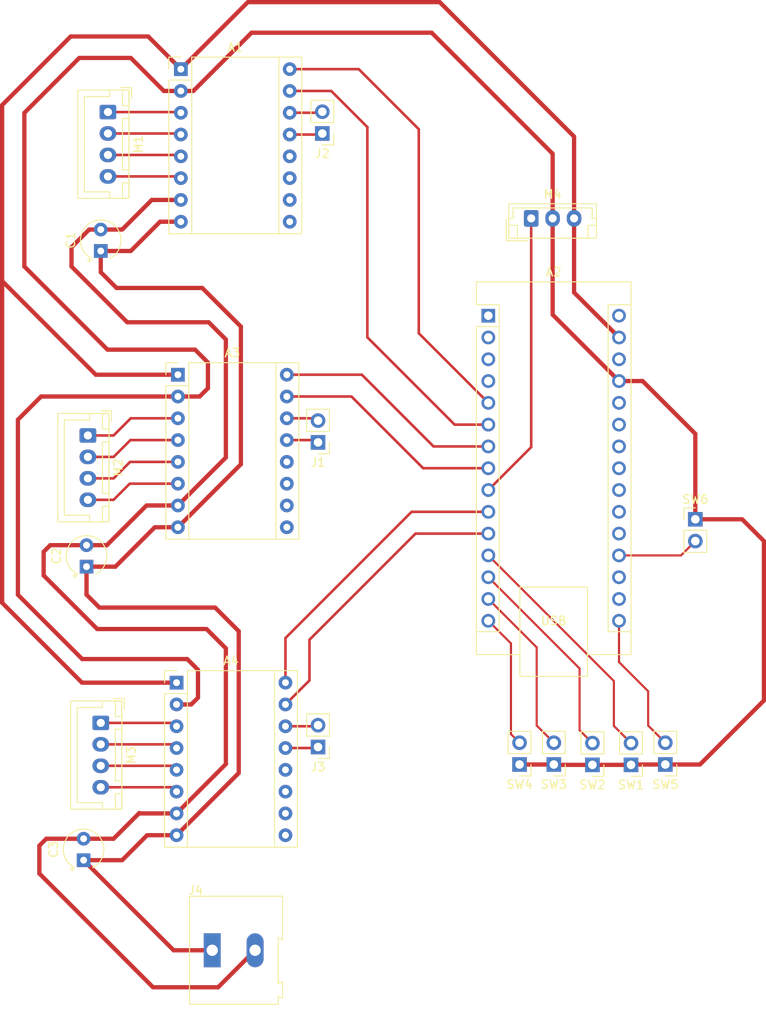
<source format=kicad_pcb>
(kicad_pcb (version 20240108) (generator "pcbnew") (generator_version "8.0")
  (layers (0 "F.Cu" signal) (31 "B.Cu" signal) (34 "B.Paste" user) (35 "F.Paste" user) (36 "B.SilkS" user "B.Silkscreen") (37 "F.SilkS" user "F.Silkscreen") (38 "B.Mask" user) (39 "F.Mask" user) (44 "Edge.Cuts" user))
  (net 0 "")
  (net 1 "GND")
  (net 2 "Net-(A1-~{SLEEP})")
  (net 3 "+12V")
  (net 5 "Net-(A1-1A)")
  (net 6 "Net-(A1-~{RESET})")
  (net 7 "Net-(A1-2B)")
  (net 8 "+5V")
  (net 9 "Net-(A1-2A)")
  (net 11 "Net-(A1-1B)")
  (net 12 "/STEPZ")
  (net 13 "/DIRZ")
  (net 18 "/DIRY")
  (net 21 "/SW2")
  (net 22 "/STEPY")
  (net 27 "/SW6")
  (net 30 "/SW5")
  (net 31 "/PWM1")
  (net 34 "/SW1")
  (net 36 "/SW4")
  (net 37 "/SW3")
  (net 38 "/DIRX")
  (net 39 "/STEPX")
  (net 42 "Net-(A3-2B)")
  (net 43 "Net-(A3-1A)")
  (net 46 "Net-(A3-2A)")
  (net 47 "Net-(A3-~{RESET})")
  (net 48 "Net-(A3-1B)")
  (net 49 "Net-(A3-~{SLEEP})")
  (net 51 "Net-(A4-2A)")
  (net 53 "Net-(A4-1B)")
  (net 56 "Net-(A4-~{SLEEP})")
  (net 57 "Net-(A4-~{RESET})")
  (net 58 "Net-(A4-1A)")
  (net 59 "Net-(A4-2B)")
  (footprint "Capacitor_THT:CP_Radial_Tantal_D4.5mm_P2.50mm" (layer "F.Cu") (at 131.16 56.19 90)
    (property "Reference" "C1" (at 1.25 -3.5 270) (layer "F.SilkS"))
    (property "Value" "100u")
    (pad "1" thru_hole rect (at 0 0 90) (size 1.6 1.6) (drill 0.8) (layers "*.Cu" "*.Mask") (net 3 "+12V"))
    (pad "2" thru_hole circle (at 2.5 0 90) (size 1.6 1.6) (drill 0.8) (layers "*.Cu" "*.Mask") (net 1 "GND"))
  )
  (footprint "Module:Arduino_Nano" (layer "F.Cu") (at 176.36 63.73)
    (property "Reference" "A2" (at 7.62 -5.08 0) (layer "F.SilkS"))
    (property "Value" "Arduino_Nano_v2.x")
    (fp_text user "USB" (at 7.62 35.56 0) (layer "F.SilkS"))
    (pad "1" thru_hole rect (at 0 0) (size 1.6 1.6) (drill 1) (layers "*.Cu" "*.Mask"))
    (pad "2" thru_hole oval (at 0 2.54) (size 1.6 1.6) (drill 1) (layers "*.Cu" "*.Mask"))
    (pad "3" thru_hole oval (at 0 5.08) (size 1.6 1.6) (drill 1) (layers "*.Cu" "*.Mask"))
    (pad "4" thru_hole oval (at 0 7.62) (size 1.6 1.6) (drill 1) (layers "*.Cu" "*.Mask") (net 1 "GND"))
    (pad "5" thru_hole oval (at 0 10.16) (size 1.6 1.6) (drill 1) (layers "*.Cu" "*.Mask") (net 13 "/DIRZ"))
    (pad "6" thru_hole oval (at 0 12.7) (size 1.6 1.6) (drill 1) (layers "*.Cu" "*.Mask") (net 12 "/STEPZ"))
    (pad "7" thru_hole oval (at 0 15.24) (size 1.6 1.6) (drill 1) (layers "*.Cu" "*.Mask") (net 38 "/DIRX"))
    (pad "8" thru_hole oval (at 0 17.78) (size 1.6 1.6) (drill 1) (layers "*.Cu" "*.Mask") (net 39 "/STEPX"))
    (pad "9" thru_hole oval (at 0 20.32) (size 1.6 1.6) (drill 1) (layers "*.Cu" "*.Mask") (net 31 "/PWM1"))
    (pad "10" thru_hole oval (at 0 22.86) (size 1.6 1.6) (drill 1) (layers "*.Cu" "*.Mask") (net 18 "/DIRY"))
    (pad "11" thru_hole oval (at 0 25.4) (size 1.6 1.6) (drill 1) (layers "*.Cu" "*.Mask") (net 22 "/STEPY"))
    (pad "12" thru_hole oval (at 0 27.94) (size 1.6 1.6) (drill 1) (layers "*.Cu" "*.Mask") (net 34 "/SW1"))
    (pad "13" thru_hole oval (at 0 30.48) (size 1.6 1.6) (drill 1) (layers "*.Cu" "*.Mask") (net 21 "/SW2"))
    (pad "14" thru_hole oval (at 0 33.02) (size 1.6 1.6) (drill 1) (layers "*.Cu" "*.Mask") (net 37 "/SW3"))
    (pad "15" thru_hole oval (at 0 35.56) (size 1.6 1.6) (drill 1) (layers "*.Cu" "*.Mask") (net 36 "/SW4"))
    (pad "16" thru_hole oval (at 15.24 35.56) (size 1.6 1.6) (drill 1) (layers "*.Cu" "*.Mask") (net 30 "/SW5"))
    (pad "17" thru_hole oval (at 15.24 33.02) (size 1.6 1.6) (drill 1) (layers "*.Cu" "*.Mask"))
    (pad "18" thru_hole oval (at 15.24 30.48) (size 1.6 1.6) (drill 1) (layers "*.Cu" "*.Mask"))
    (pad "19" thru_hole oval (at 15.24 27.94) (size 1.6 1.6) (drill 1) (layers "*.Cu" "*.Mask") (net 27 "/SW6"))
    (pad "20" thru_hole oval (at 15.24 25.4) (size 1.6 1.6) (drill 1) (layers "*.Cu" "*.Mask"))
    (pad "21" thru_hole oval (at 15.24 22.86) (size 1.6 1.6) (drill 1) (layers "*.Cu" "*.Mask"))
    (pad "22" thru_hole oval (at 15.24 20.32) (size 1.6 1.6) (drill 1) (layers "*.Cu" "*.Mask"))
    (pad "23" thru_hole oval (at 15.24 17.78) (size 1.6 1.6) (drill 1) (layers "*.Cu" "*.Mask"))
    (pad "24" thru_hole oval (at 15.24 15.24) (size 1.6 1.6) (drill 1) (layers "*.Cu" "*.Mask"))
    (pad "25" thru_hole oval (at 15.24 12.7) (size 1.6 1.6) (drill 1) (layers "*.Cu" "*.Mask"))
    (pad "26" thru_hole oval (at 15.24 10.16) (size 1.6 1.6) (drill 1) (layers "*.Cu" "*.Mask"))
    (pad "27" thru_hole oval (at 15.24 7.62) (size 1.6 1.6) (drill 1) (layers "*.Cu" "*.Mask") (net 8 "+5V"))
    (pad "28" thru_hole oval (at 15.24 5.08) (size 1.6 1.6) (drill 1) (layers "*.Cu" "*.Mask"))
    (pad "29" thru_hole oval (at 15.24 2.54) (size 1.6 1.6) (drill 1) (layers "*.Cu" "*.Mask") (net 1 "GND"))
    (pad "30" thru_hole oval (at 15.24 0) (size 1.6 1.6) (drill 1) (layers "*.Cu" "*.Mask"))
  )
  (footprint "Connector_PinHeader_2.54mm:PinHeader_1x02_P2.54mm_Vertical" (layer "F.Cu") (at 200.5 87.46)
    (property "Reference" "SW6" (at 0 -2.33 360) (layer "F.SilkS"))
    (property "Value" "U_Bound SW")
    (pad "1" thru_hole rect (at 0 0) (size 1.7 1.7) (drill 1) (layers "*.Cu" "*.Mask") (net 8 "+5V"))
    (pad "2" thru_hole oval (at 0 2.54) (size 1.7 1.7) (drill 1) (layers "*.Cu" "*.Mask") (net 27 "/SW6"))
  )
  (footprint "Connector_PinHeader_2.54mm:PinHeader_1x02_P2.54mm_Vertical" (layer "F.Cu") (at 184 116.04 180)
    (property "Reference" "SW3" (at 0 -2.33 180) (layer "F.SilkS"))
    (property "Value" "U_Bound SW")
    (pad "1" thru_hole rect (at 0 0 180) (size 1.7 1.7) (drill 1) (layers "*.Cu" "*.Mask") (net 8 "+5V"))
    (pad "2" thru_hole oval (at 0 2.54 180) (size 1.7 1.7) (drill 1) (layers "*.Cu" "*.Mask") (net 37 "/SW3"))
  )
  (footprint "Connector_PinHeader_2.54mm:PinHeader_1x02_P2.54mm_Vertical" (layer "F.Cu") (at 180 116.04 180)
    (property "Reference" "SW4" (at 0 -2.33 180) (layer "F.SilkS"))
    (property "Value" "U_Bound SW")
    (pad "1" thru_hole rect (at 0 0 180) (size 1.7 1.7) (drill 1) (layers "*.Cu" "*.Mask") (net 8 "+5V"))
    (pad "2" thru_hole oval (at 0 2.54 180) (size 1.7 1.7) (drill 1) (layers "*.Cu" "*.Mask") (net 36 "/SW4"))
  )
  (footprint "Module:Pololu_Breakout-16_15.2x20.3mm" (layer "F.Cu") (at 140.5 35)
    (property "Reference" "A1" (at 6.35 -2.54 0) (layer "F.SilkS"))
    (property "Value" "A4988 Driver Z axis")
    (pad "1" thru_hole rect (at 0 0) (size 1.6 1.6) (drill 0.8) (layers "*.Cu" "*.Mask") (net 1 "GND"))
    (pad "2" thru_hole oval (at 0 2.54) (size 1.6 1.6) (drill 0.8) (layers "*.Cu" "*.Mask") (net 8 "+5V"))
    (pad "3" thru_hole oval (at 0 5.08) (size 1.6 1.6) (drill 0.8) (layers "*.Cu" "*.Mask") (net 11 "Net-(A1-1B)"))
    (pad "4" thru_hole oval (at 0 7.62) (size 1.6 1.6) (drill 0.8) (layers "*.Cu" "*.Mask") (net 5 "Net-(A1-1A)"))
    (pad "5" thru_hole oval (at 0 10.16) (size 1.6 1.6) (drill 0.8) (layers "*.Cu" "*.Mask") (net 9 "Net-(A1-2A)"))
    (pad "6" thru_hole oval (at 0 12.7) (size 1.6 1.6) (drill 0.8) (layers "*.Cu" "*.Mask") (net 7 "Net-(A1-2B)"))
    (pad "7" thru_hole oval (at 0 15.24) (size 1.6 1.6) (drill 0.8) (layers "*.Cu" "*.Mask") (net 1 "GND"))
    (pad "8" thru_hole oval (at 0 17.78) (size 1.6 1.6) (drill 0.8) (layers "*.Cu" "*.Mask") (net 3 "+12V"))
    (pad "9" thru_hole oval (at 12.7 17.78) (size 1.6 1.6) (drill 0.8) (layers "*.Cu" "*.Mask"))
    (pad "10" thru_hole oval (at 12.7 15.24) (size 1.6 1.6) (drill 0.8) (layers "*.Cu" "*.Mask"))
    (pad "11" thru_hole oval (at 12.7 12.7) (size 1.6 1.6) (drill 0.8) (layers "*.Cu" "*.Mask"))
    (pad "12" thru_hole oval (at 12.7 10.16) (size 1.6 1.6) (drill 0.8) (layers "*.Cu" "*.Mask"))
    (pad "13" thru_hole oval (at 12.7 7.62) (size 1.6 1.6) (drill 0.8) (layers "*.Cu" "*.Mask") (net 6 "Net-(A1-~{RESET})"))
    (pad "14" thru_hole oval (at 12.7 5.08) (size 1.6 1.6) (drill 0.8) (layers "*.Cu" "*.Mask") (net 2 "Net-(A1-~{SLEEP})"))
    (pad "15" thru_hole oval (at 12.7 2.54) (size 1.6 1.6) (drill 0.8) (layers "*.Cu" "*.Mask") (net 12 "/STEPZ"))
    (pad "16" thru_hole oval (at 12.7 0) (size 1.6 1.6) (drill 0.8) (layers "*.Cu" "*.Mask") (net 13 "/DIRZ"))
  )
  (footprint "Connector_PinHeader_2.54mm:PinHeader_1x02_P2.54mm_Vertical" (layer "F.Cu") (at 156.5 114 180)
    (property "Reference" "J3" (at 0 -2.33 180) (layer "F.SilkS"))
    (property "Value" "Conn_01x02_Pin")
    (pad "1" thru_hole rect (at 0 0 180) (size 1.7 1.7) (drill 1) (layers "*.Cu" "*.Mask") (net 57 "Net-(A4-~{RESET})"))
    (pad "2" thru_hole oval (at 0 2.54 180) (size 1.7 1.7) (drill 1) (layers "*.Cu" "*.Mask") (net 56 "Net-(A4-~{SLEEP})"))
  )
  (footprint "Capacitor_THT:CP_Radial_Tantal_D4.5mm_P2.50mm" (layer "F.Cu") (at 129.16 127.19 90)
    (property "Reference" "C3" (at 1.25 -3.5 270) (layer "F.SilkS"))
    (property "Value" "100u")
    (pad "1" thru_hole rect (at 0 0 90) (size 1.6 1.6) (drill 0.8) (layers "*.Cu" "*.Mask") (net 3 "+12V"))
    (pad "2" thru_hole circle (at 2.5 0 90) (size 1.6 1.6) (drill 0.8) (layers "*.Cu" "*.Mask") (net 1 "GND"))
  )
  (footprint "Connector_PinHeader_2.54mm:PinHeader_1x02_P2.54mm_Vertical" (layer "F.Cu") (at 197 116.04 180)
    (property "Reference" "SW5" (at 0 -2.33 180) (layer "F.SilkS"))
    (property "Value" "U_Bound SW")
    (pad "1" thru_hole rect (at 0 0 180) (size 1.7 1.7) (drill 1) (layers "*.Cu" "*.Mask") (net 8 "+5V"))
    (pad "2" thru_hole oval (at 0 2.54 180) (size 1.7 1.7) (drill 1) (layers "*.Cu" "*.Mask") (net 30 "/SW5"))
  )
  (footprint "Connector_JST:JST_XH_B4B-XH-A_1x04_P2.50mm_Vertical" (layer "F.Cu") (at 131.16 111.19 -90)
    (property "Reference" "M3" (at 3.75 -3.55 90) (layer "F.SilkS"))
    (property "Value" "28BYJ-48 (Y-axis)")
    (pad "1" thru_hole roundrect (at 0 0 270) (size 1.7 1.95) (drill 0.95) (layers "*.Cu" "*.Mask") (roundrect_rratio 0.147059) (net 53 "Net-(A4-1B)"))
    (pad "2" thru_hole oval (at 2.5 0 270) (size 1.7 1.95) (drill 0.95) (layers "*.Cu" "*.Mask") (net 58 "Net-(A4-1A)"))
    (pad "3" thru_hole oval (at 5 0 270) (size 1.7 1.95) (drill 0.95) (layers "*.Cu" "*.Mask") (net 51 "Net-(A4-2A)"))
    (pad "4" thru_hole oval (at 7.5 0 270) (size 1.7 1.95) (drill 0.95) (layers "*.Cu" "*.Mask") (net 59 "Net-(A4-2B)"))
  )
  (footprint "Connector_JST:JST_XH_B4B-XH-A_1x04_P2.50mm_Vertical" (layer "F.Cu") (at 132 40 -90)
    (property "Reference" "M1" (at 3.75 -3.55 90) (layer "F.SilkS"))
    (property "Value" "Nema 17 (Z-axis)")
    (pad "1" thru_hole roundrect (at 0 0 270) (size 1.7 1.95) (drill 0.95) (layers "*.Cu" "*.Mask") (roundrect_rratio 0.147059) (net 11 "Net-(A1-1B)"))
    (pad "2" thru_hole oval (at 2.5 0 270) (size 1.7 1.95) (drill 0.95) (layers "*.Cu" "*.Mask") (net 5 "Net-(A1-1A)"))
    (pad "3" thru_hole oval (at 5 0 270) (size 1.7 1.95) (drill 0.95) (layers "*.Cu" "*.Mask") (net 9 "Net-(A1-2A)"))
    (pad "4" thru_hole oval (at 7.5 0 270) (size 1.7 1.95) (drill 0.95) (layers "*.Cu" "*.Mask") (net 7 "Net-(A1-2B)"))
  )
  (footprint "Connector_PinHeader_2.54mm:PinHeader_1x02_P2.54mm_Vertical" (layer "F.Cu") (at 157 42.5 180)
    (property "Reference" "J2" (at 0 -2.33 180) (layer "F.SilkS"))
    (property "Value" "Conn_01x02_Pin")
    (pad "1" thru_hole rect (at 0 0 180) (size 1.7 1.7) (drill 1) (layers "*.Cu" "*.Mask") (net 6 "Net-(A1-~{RESET})"))
    (pad "2" thru_hole oval (at 0 2.54 180) (size 1.7 1.7) (drill 1) (layers "*.Cu" "*.Mask") (net 2 "Net-(A1-~{SLEEP})"))
  )
  (footprint "TerminalBlock:TerminalBlock_Altech_AK300-2_P5.00mm" (layer "F.Cu") (at 144.16 137.69)
    (property "Reference" "J4" (at -1.92 -6.99 0) (layer "F.SilkS"))
    (property "Value" "Screw_Terminal_01x02")
    (pad "1" thru_hole rect (at 0 0) (size 1.98 3.96) (drill 1.32) (layers "*.Cu" "*.Mask") (net 3 "+12V"))
    (pad "2" thru_hole oval (at 5 0) (size 1.98 3.96) (drill 1.32) (layers "*.Cu" "*.Mask") (net 1 "GND"))
  )
  (footprint "Capacitor_THT:CP_Radial_Tantal_D4.5mm_P2.50mm" (layer "F.Cu") (at 129.5 92.978856 90)
    (property "Reference" "C2" (at 1.25 -3.5 270) (layer "F.SilkS"))
    (property "Value" "100u")
    (pad "1" thru_hole rect (at 0 0 90) (size 1.6 1.6) (drill 0.8) (layers "*.Cu" "*.Mask") (net 3 "+12V"))
    (pad "2" thru_hole circle (at 2.5 0 90) (size 1.6 1.6) (drill 0.8) (layers "*.Cu" "*.Mask") (net 1 "GND"))
  )
  (footprint "Connector_JST:JST_EH_B3B-EH-A_1x03_P2.50mm_Vertical" (layer "F.Cu") (at 181.36 52.39)
    (property "Reference" "M4" (at 2.5 -2.8 360) (layer "F.SilkS"))
    (property "Value" "Servo for focusing lense")
    (pad "1" thru_hole roundrect (at 0 0) (size 1.7 1.95) (drill 0.95) (layers "*.Cu" "*.Mask") (roundrect_rratio 0.147059) (net 31 "/PWM1"))
    (pad "2" thru_hole oval (at 2.5 0) (size 1.7 1.95) (drill 0.95) (layers "*.Cu" "*.Mask") (net 8 "+5V"))
    (pad "3" thru_hole oval (at 5 0) (size 1.7 1.95) (drill 0.95) (layers "*.Cu" "*.Mask") (net 1 "GND"))
  )
  (footprint "Module:Pololu_Breakout-16_15.2x20.3mm" (layer "F.Cu") (at 140 106.5)
    (property "Reference" "A4" (at 6.35 -2.54 0) (layer "F.SilkS"))
    (property "Value" "A4988 Driver for Y axis")
    (pad "1" thru_hole rect (at 0 0) (size 1.6 1.6) (drill 0.8) (layers "*.Cu" "*.Mask") (net 1 "GND"))
    (pad "2" thru_hole oval (at 0 2.54) (size 1.6 1.6) (drill 0.8) (layers "*.Cu" "*.Mask") (net 8 "+5V"))
    (pad "3" thru_hole oval (at 0 5.08) (size 1.6 1.6) (drill 0.8) (layers "*.Cu" "*.Mask") (net 53 "Net-(A4-1B)"))
    (pad "4" thru_hole oval (at 0 7.62) (size 1.6 1.6) (drill 0.8) (layers "*.Cu" "*.Mask") (net 58 "Net-(A4-1A)"))
    (pad "5" thru_hole oval (at 0 10.16) (size 1.6 1.6) (drill 0.8) (layers "*.Cu" "*.Mask") (net 51 "Net-(A4-2A)"))
    (pad "6" thru_hole oval (at 0 12.7) (size 1.6 1.6) (drill 0.8) (layers "*.Cu" "*.Mask") (net 59 "Net-(A4-2B)"))
    (pad "7" thru_hole oval (at 0 15.24) (size 1.6 1.6) (drill 0.8) (layers "*.Cu" "*.Mask") (net 1 "GND"))
    (pad "8" thru_hole oval (at 0 17.78) (size 1.6 1.6) (drill 0.8) (layers "*.Cu" "*.Mask") (net 3 "+12V"))
    (pad "9" thru_hole oval (at 12.7 17.78) (size 1.6 1.6) (drill 0.8) (layers "*.Cu" "*.Mask"))
    (pad "10" thru_hole oval (at 12.7 15.24) (size 1.6 1.6) (drill 0.8) (layers "*.Cu" "*.Mask"))
    (pad "11" thru_hole oval (at 12.7 12.7) (size 1.6 1.6) (drill 0.8) (layers "*.Cu" "*.Mask"))
    (pad "12" thru_hole oval (at 12.7 10.16) (size 1.6 1.6) (drill 0.8) (layers "*.Cu" "*.Mask"))
    (pad "13" thru_hole oval (at 12.7 7.62) (size 1.6 1.6) (drill 0.8) (layers "*.Cu" "*.Mask") (net 57 "Net-(A4-~{RESET})"))
    (pad "14" thru_hole oval (at 12.7 5.08) (size 1.6 1.6) (drill 0.8) (layers "*.Cu" "*.Mask") (net 56 "Net-(A4-~{SLEEP})"))
    (pad "15" thru_hole oval (at 12.7 2.54) (size 1.6 1.6) (drill 0.8) (layers "*.Cu" "*.Mask") (net 22 "/STEPY"))
    (pad "16" thru_hole oval (at 12.7 0) (size 1.6 1.6) (drill 0.8) (layers "*.Cu" "*.Mask") (net 18 "/DIRY"))
  )
  (footprint "Connector_PinHeader_2.54mm:PinHeader_1x02_P2.54mm_Vertical" (layer "F.Cu") (at 188.5 116.08 180)
    (property "Reference" "SW2" (at 0 -2.33 180) (layer "F.SilkS"))
    (property "Value" "U_Bound SW")
    (pad "1" thru_hole rect (at 0 0 180) (size 1.7 1.7) (drill 1) (layers "*.Cu" "*.Mask") (net 8 "+5V"))
    (pad "2" thru_hole oval (at 0 2.54 180) (size 1.7 1.7) (drill 1) (layers "*.Cu" "*.Mask") (net 21 "/SW2"))
  )
  (footprint "Module:Pololu_Breakout-16_15.2x20.3mm" (layer "F.Cu") (at 140.16 70.61)
    (property "Reference" "A3" (at 6.35 -2.54 0) (layer "F.SilkS"))
    (property "Value" "A4988 Driver X axis")
    (pad "1" thru_hole rect (at 0 0) (size 1.6 1.6) (drill 0.8) (layers "*.Cu" "*.Mask") (net 1 "GND"))
    (pad "2" thru_hole oval (at 0 2.54) (size 1.6 1.6) (drill 0.8) (layers "*.Cu" "*.Mask") (net 8 "+5V"))
    (pad "3" thru_hole oval (at 0 5.08) (size 1.6 1.6) (drill 0.8) (layers "*.Cu" "*.Mask") (net 48 "Net-(A3-1B)"))
    (pad "4" thru_hole oval (at 0 7.62) (size 1.6 1.6) (drill 0.8) (layers "*.Cu" "*.Mask") (net 43 "Net-(A3-1A)"))
    (pad "5" thru_hole oval (at 0 10.16) (size 1.6 1.6) (drill 0.8) (layers "*.Cu" "*.Mask") (net 46 "Net-(A3-2A)"))
    (pad "6" thru_hole oval (at 0 12.7) (size 1.6 1.6) (drill 0.8) (layers "*.Cu" "*.Mask") (net 42 "Net-(A3-2B)"))
    (pad "7" thru_hole oval (at 0 15.24) (size 1.6 1.6) (drill 0.8) (layers "*.Cu" "*.Mask") (net 1 "GND"))
    (pad "8" thru_hole oval (at 0 17.78) (size 1.6 1.6) (drill 0.8) (layers "*.Cu" "*.Mask") (net 3 "+12V"))
    (pad "9" thru_hole oval (at 12.7 17.78) (size 1.6 1.6) (drill 0.8) (layers "*.Cu" "*.Mask"))
    (pad "10" thru_hole oval (at 12.7 15.24) (size 1.6 1.6) (drill 0.8) (layers "*.Cu" "*.Mask"))
    (pad "11" thru_hole oval (at 12.7 12.7) (size 1.6 1.6) (drill 0.8) (layers "*.Cu" "*.Mask"))
    (pad "12" thru_hole oval (at 12.7 10.16) (size 1.6 1.6) (drill 0.8) (layers "*.Cu" "*.Mask"))
    (pad "13" thru_hole oval (at 12.7 7.62) (size 1.6 1.6) (drill 0.8) (layers "*.Cu" "*.Mask") (net 47 "Net-(A3-~{RESET})"))
    (pad "14" thru_hole oval (at 12.7 5.08) (size 1.6 1.6) (drill 0.8) (layers "*.Cu" "*.Mask") (net 49 "Net-(A3-~{SLEEP})"))
    (pad "15" thru_hole oval (at 12.7 2.54) (size 1.6 1.6) (drill 0.8) (layers "*.Cu" "*.Mask") (net 39 "/STEPX"))
    (pad "16" thru_hole oval (at 12.7 0) (size 1.6 1.6) (drill 0.8) (layers "*.Cu" "*.Mask") (net 38 "/DIRX"))
  )
  (footprint "Connector_PinHeader_2.54mm:PinHeader_1x02_P2.54mm_Vertical" (layer "F.Cu") (at 193 116.08 180)
    (property "Reference" "SW1" (at 0 -2.33 180) (layer "F.SilkS"))
    (property "Value" "U_Bound SW")
    (pad "1" thru_hole rect (at 0 0 180) (size 1.7 1.7) (drill 1) (layers "*.Cu" "*.Mask") (net 8 "+5V"))
    (pad "2" thru_hole oval (at 0 2.54 180) (size 1.7 1.7) (drill 1) (layers "*.Cu" "*.Mask") (net 34 "/SW1"))
  )
  (footprint "Connector_PinHeader_2.54mm:PinHeader_1x02_P2.54mm_Vertical" (layer "F.Cu") (at 156.5 78.5 180)
    (property "Reference" "J1" (at 0 -2.33 180) (layer "F.SilkS"))
    (property "Value" "Conn_01x02_Pin")
    (pad "1" thru_hole rect (at 0 0 180) (size 1.7 1.7) (drill 1) (layers "*.Cu" "*.Mask") (net 47 "Net-(A3-~{RESET})"))
    (pad "2" thru_hole oval (at 0 2.54 180) (size 1.7 1.7) (drill 1) (layers "*.Cu" "*.Mask") (net 49 "Net-(A3-~{SLEEP})"))
  )
  (footprint "Connector_JST:JST_XH_B4B-XH-A_1x04_P2.50mm_Vertical" (layer "F.Cu") (at 129.66 77.69 -90)
    (property "Reference" "M2" (at 3.75 -3.55 90) (layer "F.SilkS"))
    (property "Value" "28BYJ-48 (X-axis)")
    (pad "1" thru_hole roundrect (at 0 0 270) (size 1.7 1.95) (drill 0.95) (layers "*.Cu" "*.Mask") (roundrect_rratio 0.147059) (net 48 "Net-(A3-1B)"))
    (pad "2" thru_hole oval (at 2.5 0 270) (size 1.7 1.95) (drill 0.95) (layers "*.Cu" "*.Mask") (net 43 "Net-(A3-1A)"))
    (pad "3" thru_hole oval (at 5 0 270) (size 1.7 1.95) (drill 0.95) (layers "*.Cu" "*.Mask") (net 46 "Net-(A3-2A)"))
    (pad "4" thru_hole oval (at 7.5 0 270) (size 1.7 1.95) (drill 0.95) (layers "*.Cu" "*.Mask") (net 42 "Net-(A3-2B)"))
  )
  (segment (start 145.75 102.5) (end 143.5 100.25) (width 0.5) (layer "F.Cu") (net 1))
  (segment (start 131.848856 90.478856) (end 129.5 90.478856) (width 0.5) (layer "F.Cu") (net 1))
  (segment (start 140.5 35) (end 148.31 27.19) (width 0.5) (layer "F.Cu") (net 1))
  (segment (start 145.75 80.26) (end 145.75 66.5) (width 0.5) (layer "F.Cu") (net 1))
  (segment (start 133.66 53.69) (end 137.11 50.24) (width 0.5) (layer "F.Cu") (net 1))
  (segment (start 129.81 53.69) (end 131.16 53.69) (width 0.5) (layer "F.Cu") (net 1))
  (segment (start 131.16 53.69) (end 133.66 53.69) (width 0.5) (layer "F.Cu") (net 1))
  (segment (start 143.75 64.5) (end 134.25 64.5) (width 0.5) (layer "F.Cu") (net 1))
  (segment (start 135.66 121.69) (end 135.71 121.74) (width 0.5) (layer "F.Cu") (net 1))
  (segment (start 119.66 59.69) (end 119.66 97.19) (width 0.5) (layer "F.Cu") (net 1))
  (segment (start 170.69 27.19) (end 186.36 42.86) (width 0.5) (layer "F.Cu") (net 1))
  (segment (start 148.31 27.19) (end 170.69 27.19) (width 0.5) (layer "F.Cu") (net 1))
  (segment (start 136.5 85.85) (end 140.16 85.85) (width 0.5) (layer "F.Cu") (net 1))
  (segment (start 140 121.74) (end 145.75 115.99) (width 0.5) (layer "F.Cu") (net 1))
  (segment (start 124.5 91.25) (end 125.271144 90.478856) (width 0.5) (layer "F.Cu") (net 1))
  (segment (start 149.16 137.69) (end 144.85 142) (width 0.5) (layer "F.Cu") (net 1))
  (segment (start 140.5 35) (end 136.69 31.19) (width 0.5) (layer "F.Cu") (net 1))
  (segment (start 186.36 42.86) (end 186.36 52.39) (width 0.5) (layer "F.Cu") (net 1))
  (segment (start 186.36 52.39) (end 186.36 61.03) (width 0.5) (layer "F.Cu") (net 1))
  (segment (start 143.5 100.25) (end 130.75 100.25) (width 0.5) (layer "F.Cu") (net 1))
  (segment (start 131.86 90.49) (end 131.848856 90.478856) (width 0.5) (layer "F.Cu") (net 1))
  (segment (start 127.66 31.19) (end 119.66 39.19) (width 0.5) (layer "F.Cu") (net 1))
  (segment (start 119.66 97.19) (end 128.97 106.5) (width 0.5) (layer "F.Cu") (net 1))
  (segment (start 119.66 39.19) (end 119.66 59.69) (width 0.5) (layer "F.Cu") (net 1))
  (segment (start 144.85 142) (end 137.25 142) (width 0.5) (layer "F.Cu") (net 1))
  (segment (start 130.75 100.25) (end 124.5 94) (width 0.5) (layer "F.Cu") (net 1))
  (segment (start 145.75 115.99) (end 145.75 102.5) (width 0.5) (layer "F.Cu") (net 1))
  (segment (start 137.25 142) (end 124 128.75) (width 0.5) (layer "F.Cu") (net 1))
  (segment (start 124.5 94) (end 124.5 91.25) (width 0.5) (layer "F.Cu") (net 1))
  (segment (start 127.75 58) (end 127.75 55.75) (width 0.5) (layer "F.Cu") (net 1))
  (segment (start 124 128.75) (end 124 125.5) (width 0.5) (layer "F.Cu") (net 1))
  (segment (start 186.36 61.03) (end 191.6 66.27) (width 0.5) (layer "F.Cu") (net 1))
  (segment (start 128.97 106.5) (end 140 106.5) (width 0.5) (layer "F.Cu") (net 1))
  (segment (start 129.16 124.69) (end 132.66 124.69) (width 0.5) (layer "F.Cu") (net 1))
  (segment (start 131.1 53.75) (end 131.16 53.69) (width 0.5) (layer "F.Cu") (net 1))
  (segment (start 136.69 31.19) (end 127.66 31.19) (width 0.5) (layer "F.Cu") (net 1))
  (segment (start 137.11 50.24) (end 140.5 50.24) (width 0.5) (layer "F.Cu") (net 1))
  (segment (start 145.75 66.5) (end 143.75 64.5) (width 0.5) (layer "F.Cu") (net 1))
  (segment (start 135.71 121.74) (end 140 121.74) (width 0.5) (layer "F.Cu") (net 1))
  (segment (start 119.66 59.69) (end 130.58 70.61) (width 0.5) (layer "F.Cu") (net 1))
  (segment (start 132.66 124.69) (end 135.66 121.69) (width 0.5) (layer "F.Cu") (net 1))
  (segment (start 140.16 85.85) (end 145.75 80.26) (width 0.5) (layer "F.Cu") (net 1))
  (segment (start 125.271144 90.478856) (end 129.5 90.478856) (width 0.5) (layer "F.Cu") (net 1))
  (segment (start 124 125.5) (end 124.81 124.69) (width 0.5) (layer "F.Cu") (net 1))
  (segment (start 130.58 70.61) (end 140.16 70.61) (width 0.5) (layer "F.Cu") (net 1))
  (segment (start 124.81 124.69) (end 129.16 124.69) (width 0.5) (layer "F.Cu") (net 1))
  (segment (start 134.25 64.5) (end 127.75 58) (width 0.5) (layer "F.Cu") (net 1))
  (segment (start 127.75 55.75) (end 129.81 53.69) (width 0.5) (layer "F.Cu") (net 1))
  (segment (start 131.86 90.49) (end 136.5 85.85) (width 0.5) (layer "F.Cu") (net 1))
  (segment (start 156.88 40.08) (end 157 39.96) (width 0.3) (layer "F.Cu") (net 2))
  (segment (start 153.2 40.08) (end 156.88 40.08) (width 0.3) (layer "F.Cu") (net 2))
  (segment (start 129.5 96.25) (end 129.5 92.978856) (width 0.5) (layer "F.Cu") (net 3))
  (segment (start 147.25 117.03) (end 147.25 100.5) (width 0.5) (layer "F.Cu") (net 3))
  (segment (start 140 124.28) (end 147.25 117.03) (width 0.5) (layer "F.Cu") (net 3))
  (segment (start 133.66 127.19) (end 136.57 124.28) (width 0.5) (layer "F.Cu") (net 3))
  (segment (start 131.16 58.66) (end 131.16 56.19) (width 0.5) (layer "F.Cu") (net 3))
  (segment (start 147.25 100.5) (end 144.5 97.75) (width 0.5) (layer "F.Cu") (net 3))
  (segment (start 131.16 56.19) (end 134.66 56.19) (width 0.5) (layer "F.Cu") (net 3))
  (segment (start 147.5 81.05) (end 147.5 65) (width 0.5) (layer "F.Cu") (net 3))
  (segment (start 132.86 92.99) (end 132.848856 92.978856) (width 0.5) (layer "F.Cu") (net 3))
  (segment (start 129.16 127.19) (end 133.66 127.19) (width 0.5) (layer "F.Cu") (net 3))
  (segment (start 144.16 137.69) (end 139.66 137.69) (width 0.5) (layer "F.Cu") (net 3))
  (segment (start 137.46 88.39) (end 140.16 88.39) (width 0.5) (layer "F.Cu") (net 3))
  (segment (start 132.86 92.99) (end 137.46 88.39) (width 0.5) (layer "F.Cu") (net 3))
  (segment (start 139.66 137.69) (end 129.16 127.19) (width 0.5) (layer "F.Cu") (net 3))
  (segment (start 147.5 65) (end 143 60.5) (width 0.5) (layer "F.Cu") (net 3))
  (segment (start 131 97.75) (end 129.5 96.25) (width 0.5) (layer "F.Cu") (net 3))
  (segment (start 138.07 52.78) (end 140.5 52.78) (width 0.5) (layer "F.Cu") (net 3))
  (segment (start 132.848856 92.978856) (end 129.5 92.978856) (width 0.5) (layer "F.Cu") (net 3))
  (segment (start 136.57 124.28) (end 140 124.28) (width 0.5) (layer "F.Cu") (net 3))
  (segment (start 133 60.5) (end 131.16 58.66) (width 0.5) (layer "F.Cu") (net 3))
  (segment (start 134.66 56.19) (end 138.07 52.78) (width 0.5) (layer "F.Cu") (net 3))
  (segment (start 140.16 88.39) (end 147.5 81.05) (width 0.5) (layer "F.Cu") (net 3))
  (segment (start 144.5 97.75) (end 131 97.75) (width 0.5) (layer "F.Cu") (net 3))
  (segment (start 143 60.5) (end 133 60.5) (width 0.5) (layer "F.Cu") (net 3))
  (segment (start 132 42.5) (end 140.38 42.5) (width 0.3) (layer "F.Cu") (net 5))
  (segment (start 140.38 42.5) (end 140.5 42.62) (width 0.3) (layer "F.Cu") (net 5))
  (segment (start 153.2 42.62) (end 156.88 42.62) (width 0.3) (layer "F.Cu") (net 6))
  (segment (start 156.88 42.62) (end 157 42.5) (width 0.3) (layer "F.Cu") (net 6))
  (segment (start 132 47.5) (end 140.3 47.5) (width 0.3) (layer "F.Cu") (net 7))
  (segment (start 140.3 47.5) (end 140.5 47.7) (width 0.3) (layer "F.Cu") (net 7))
  (segment (start 129 103.75) (end 141.25 103.75) (width 0.5) (layer "F.Cu") (net 8))
  (segment (start 169.75 30.75) (end 183.86 44.86) (width 0.5) (layer "F.Cu") (net 8))
  (segment (start 143.66 72.19) (end 142.7 73.15) (width 0.5) (layer "F.Cu") (net 8))
  (segment (start 142.5 108.25) (end 141.71 109.04) (width 0.5) (layer "F.Cu") (net 8))
  (segment (start 191.6 71.35) (end 183.86 63.61) (width 0.5) (layer "F.Cu") (net 8))
  (segment (start 122.25 58) (end 131.94 67.69) (width 0.5) (layer "F.Cu") (net 8))
  (segment (start 184.04 116.08) (end 184 116.04) (width 0.5) (layer "F.Cu") (net 8))
  (segment (start 122.25 40.1) (end 122.25 58) (width 0.5) (layer "F.Cu") (net 8))
  (segment (start 141.71 109.04) (end 140 109.04) (width 0.5) (layer "F.Cu") (net 8))
  (segment (start 141.25 103.75) (end 142.5 105) (width 0.5) (layer "F.Cu") (net 8))
  (segment (start 201.04 116.04) (end 197 116.04) (width 0.5) (layer "F.Cu") (net 8))
  (segment (start 134.66 33.69) (end 128.66 33.69) (width 0.5) (layer "F.Cu") (net 8))
  (segment (start 197 116.04) (end 193.04 116.04) (width 0.5) (layer "F.Cu") (net 8))
  (segment (start 208.5 108.58) (end 201.04 116.04) (width 0.5) (layer "F.Cu") (net 8))
  (segment (start 193 116.08) (end 188.5 116.08) (width 0.5) (layer "F.Cu") (net 8))
  (segment (start 138.51 37.54) (end 134.66 33.69) (width 0.5) (layer "F.Cu") (net 8))
  (segment (start 200.5 87.46) (end 205.96 87.46) (width 0.5) (layer "F.Cu") (net 8))
  (segment (start 142.16 67.69) (end 143.66 69.19) (width 0.5) (layer "F.Cu") (net 8))
  (segment (start 140.5 37.54) (end 138.51 37.54) (width 0.5) (layer "F.Cu") (net 8))
  (segment (start 208.5 90) (end 208.5 108.58) (width 0.5) (layer "F.Cu") (net 8))
  (segment (start 140.5 37.54) (end 141.96 37.54) (width 0.5) (layer "F.Cu") (net 8))
  (segment (start 141.96 37.54) (end 148.75 30.75) (width 0.5) (layer "F.Cu") (net 8))
  (segment (start 200.5 77.5) (end 200.5 87.46) (width 0.5) (layer "F.Cu") (net 8))
  (segment (start 121.5 75.85) (end 121.5 96.25) (width 0.5) (layer "F.Cu") (net 8))
  (segment (start 142.7 73.15) (end 140.16 73.15) (width 0.5) (layer "F.Cu") (net 8))
  (segment (start 148.75 30.75) (end 169.75 30.75) (width 0.5) (layer "F.Cu") (net 8))
  (segment (start 194.35 71.35) (end 200.5 77.5) (width 0.5) (layer "F.Cu") (net 8))
  (segment (start 143.66 69.19) (end 143.66 72.19) (width 0.5) (layer "F.Cu") (net 8))
  (segment (start 140.16 73.15) (end 124.2 73.15) (width 0.5) (layer "F.Cu") (net 8))
  (segment (start 191.6 71.35) (end 194.35 71.35) (width 0.5) (layer "F.Cu") (net 8))
  (segment (start 205.96 87.46) (end 208.5 90) (width 0.5) (layer "F.Cu") (net 8))
  (segment (start 183.86 44.86) (end 183.86 52.39) (width 0.5) (layer "F.Cu") (net 8))
  (segment (start 188.5 116.08) (end 184.04 116.08) (width 0.5) (layer "F.Cu") (net 8))
  (segment (start 121.5 96.25) (end 129 103.75) (width 0.5) (layer "F.Cu") (net 8))
  (segment (start 193.04 116.04) (end 193 116.08) (width 0.5) (layer "F.Cu") (net 8))
  (segment (start 131.94 67.69) (end 142.16 67.69) (width 0.5) (layer "F.Cu") (net 8))
  (segment (start 128.66 33.69) (end 122.25 40.1) (width 0.5) (layer "F.Cu") (net 8))
  (segment (start 124.2 73.15) (end 121.5 75.85) (width 0.5) (layer "F.Cu") (net 8))
  (segment (start 142.5 105) (end 142.5 108.25) (width 0.5) (layer "F.Cu") (net 8))
  (segment (start 184 116.04) (end 180 116.04) (width 0.5) (layer "F.Cu") (net 8))
  (segment (start 183.86 63.61) (end 183.86 52.39) (width 0.5) (layer "F.Cu") (net 8))
  (segment (start 140.34 45) (end 140.5 45.16) (width 0.3) (layer "F.Cu") (net 9))
  (segment (start 132 45) (end 140.34 45) (width 0.3) (layer "F.Cu") (net 9))
  (segment (start 140.42 40) (end 140.5 40.08) (width 0.3) (layer "F.Cu") (net 11))
  (segment (start 132 40) (end 140.42 40) (width 0.3) (layer "F.Cu") (net 11))
  (segment (start 162.25 66.25) (end 172.43 76.43) (width 0.3) (layer "F.Cu") (net 12))
  (segment (start 153.2 37.54) (end 158.04 37.54) (width 0.3) (layer "F.Cu") (net 12))
  (segment (start 158.04 37.54) (end 162.25 41.75) (width 0.3) (layer "F.Cu") (net 12))
  (segment (start 162.25 41.75) (end 162.25 66.25) (width 0.3) (layer "F.Cu") (net 12))
  (segment (start 172.43 76.43) (end 176.36 76.43) (width 0.3) (layer "F.Cu") (net 12))
  (segment (start 168.25 42) (end 168.25 65.78) (width 0.3) (layer "F.Cu") (net 13))
  (segment (start 153.2 35) (end 161.25 35) (width 0.3) (layer "F.Cu") (net 13))
  (segment (start 161.25 35) (end 168.25 42) (width 0.3) (layer "F.Cu") (net 13))
  (segment (start 168.25 65.78) (end 176.36 73.89) (width 0.3) (layer "F.Cu") (net 13))
  (segment (start 152.7 101.3) (end 167.41 86.59) (width 0.3) (layer "F.Cu") (net 18))
  (segment (start 167.41 86.59) (end 176.36 86.59) (width 0.3) (layer "F.Cu") (net 18))
  (segment (start 152.7 106.5) (end 152.7 101.3) (width 0.3) (layer "F.Cu") (net 18))
  (segment (start 176.36 94.21) (end 187 104.85) (width 0.25) (layer "F.Cu") (net 21))
  (segment (start 187 104.85) (end 187 112.04) (width 0.25) (layer "F.Cu") (net 21))
  (segment (start 187 112.04) (end 188.5 113.54) (width 0.25) (layer "F.Cu") (net 21))
  (segment (start 155.5 106.24) (end 155.5 101.5) (width 0.3) (layer "F.Cu") (net 22))
  (segment (start 167.87 89.13) (end 176.36 89.13) (width 0.3) (layer "F.Cu") (net 22))
  (segment (start 155.5 101.5) (end 167.87 89.13) (width 0.3) (layer "F.Cu") (net 22))
  (segment (start 152.7 109.04) (end 155.5 106.24) (width 0.3) (layer "F.Cu") (net 22))
  (segment (start 200.5 90) (end 198.83 91.67) (width 0.25) (layer "F.Cu") (net 27))
  (segment (start 198.83 91.67) (end 191.6 91.67) (width 0.25) (layer "F.Cu") (net 27))
  (segment (start 191.6 99.29) (end 191.6 104.1) (width 0.25) (layer "F.Cu") (net 30))
  (segment (start 195 107.5) (end 195 111.5) (width 0.25) (layer "F.Cu") (net 30))
  (segment (start 195 111.5) (end 197 113.5) (width 0.25) (layer "F.Cu") (net 30))
  (segment (start 191.6 104.1) (end 195 107.5) (width 0.25) (layer "F.Cu") (net 30))
  (segment (start 181.36 52.39) (end 181.36 79.05) (width 0.3) (layer "F.Cu") (net 31))
  (segment (start 181.36 79.05) (end 176.36 84.05) (width 0.3) (layer "F.Cu") (net 31))
  (segment (start 191 106.31) (end 191 111.54) (width 0.25) (layer "F.Cu") (net 34))
  (segment (start 191 111.54) (end 193 113.54) (width 0.25) (layer "F.Cu") (net 34))
  (segment (start 176.36 91.67) (end 191 106.31) (width 0.25) (layer "F.Cu") (net 34))
  (segment (start 176.36 99.29) (end 179 101.93) (width 0.25) (layer "F.Cu") (net 36))
  (segment (start 179 101.93) (end 179 112.5) (width 0.25) (layer "F.Cu") (net 36))
  (segment (start 179 112.5) (end 180 113.5) (width 0.25) (layer "F.Cu") (net 36))
  (segment (start 182 111.5) (end 184 113.5) (width 0.25) (layer "F.Cu") (net 37))
  (segment (start 182 102.39) (end 182 111.5) (width 0.25) (layer "F.Cu") (net 37))
  (segment (start 176.36 96.75) (end 182 102.39) (width 0.25) (layer "F.Cu") (net 37))
  (segment (start 169.97 78.97) (end 176.36 78.97) (width 0.3) (layer "F.Cu") (net 38))
  (segment (start 161.61 70.61) (end 169.97 78.97) (width 0.3) (layer "F.Cu") (net 38))
  (segment (start 152.86 70.61) (end 161.61 70.61) (width 0.3) (layer "F.Cu") (net 38))
  (segment (start 152.86 73.15) (end 160.4 73.15) (width 0.3) (layer "F.Cu") (net 39))
  (segment (start 160.4 73.15) (end 168.76 81.51) (width 0.3) (layer "F.Cu") (net 39))
  (segment (start 168.76 81.51) (end 176.36 81.51) (width 0.3) (layer "F.Cu") (net 39))
  (segment (start 132.66 85.19) (end 134.54 83.31) (width 0.3) (layer "F.Cu") (net 42))
  (segment (start 134.54 83.31) (end 140.16 83.31) (width 0.3) (layer "F.Cu") (net 42))
  (segment (start 140.08 83.39) (end 140.16 83.31) (width 0.3) (layer "F.Cu") (net 42))
  (segment (start 129.66 85.19) (end 132.66 85.19) (width 0.3) (layer "F.Cu") (net 42))
  (segment (start 140 78.39) (end 140.16 78.23) (width 0.3) (layer "F.Cu") (net 43))
  (segment (start 129.66 80.19) (end 132.66 80.19) (width 0.3) (layer "F.Cu") (net 43))
  (segment (start 132.66 80.19) (end 134.62 78.23) (width 0.3) (layer "F.Cu") (net 43))
  (segment (start 134.62 78.23) (end 140.16 78.23) (width 0.3) (layer "F.Cu") (net 43))
  (segment (start 140.04 80.89) (end 140.16 80.77) (width 0.3) (layer "F.Cu") (net 46))
  (segment (start 134.58 80.77) (end 140.16 80.77) (width 0.3) (layer "F.Cu") (net 46))
  (segment (start 132.66 82.69) (end 134.58 80.77) (width 0.3) (layer "F.Cu") (net 46))
  (segment (start 129.66 82.69) (end 132.66 82.69) (width 0.3) (layer "F.Cu") (net 46))
  (segment (start 152.86 78.23) (end 156.23 78.23) (width 0.3) (layer "F.Cu") (net 47))
  (segment (start 156.23 78.23) (end 156.5 78.5) (width 0.3) (layer "F.Cu") (net 47))
  (segment (start 129.66 77.69) (end 132.66 77.69) (width 0.3) (layer "F.Cu") (net 48))
  (segment (start 134.66 75.69) (end 140.16 75.69) (width 0.3) (layer "F.Cu") (net 48))
  (segment (start 132.66 77.69) (end 134.66 75.69) (width 0.3) (layer "F.Cu") (net 48))
  (segment (start 156.23 75.69) (end 156.5 75.96) (width 0.3) (layer "F.Cu") (net 49))
  (segment (start 152.86 75.69) (end 156.23 75.69) (width 0.3) (layer "F.Cu") (net 49))
  (segment (start 139.53 116.19) (end 140 116.66) (width 0.3) (layer "F.Cu") (net 51))
  (segment (start 131.16 116.19) (end 139.53 116.19) (width 0.3) (layer "F.Cu") (net 51))
  (segment (start 139.61 111.19) (end 140 111.58) (width 0.3) (layer "F.Cu") (net 53))
  (segment (start 131.16 111.19) (end 139.61 111.19) (width 0.3) (layer "F.Cu") (net 53))
  (segment (start 156.38 111.58) (end 156.5 111.46) (width 0.3) (layer "F.Cu") (net 56))
  (segment (start 152.7 111.58) (end 156.38 111.58) (width 0.3) (layer "F.Cu") (net 56))
  (segment (start 156.38 114.12) (end 156.5 114) (width 0.3) (layer "F.Cu") (net 57))
  (segment (start 152.7 114.12) (end 156.38 114.12) (width 0.3) (layer "F.Cu") (net 57))
  (segment (start 131.16 113.69) (end 139.57 113.69) (width 0.3) (layer "F.Cu") (net 58))
  (segment (start 139.57 113.69) (end 140 114.12) (width 0.3) (layer "F.Cu") (net 58))
  (segment (start 139.49 118.69) (end 140 119.2) (width 0.3) (layer "F.Cu") (net 59))
  (segment (start 131.16 118.69) (end 139.49 118.69) (width 0.3) (layer "F.Cu") (net 59))
)
</source>
